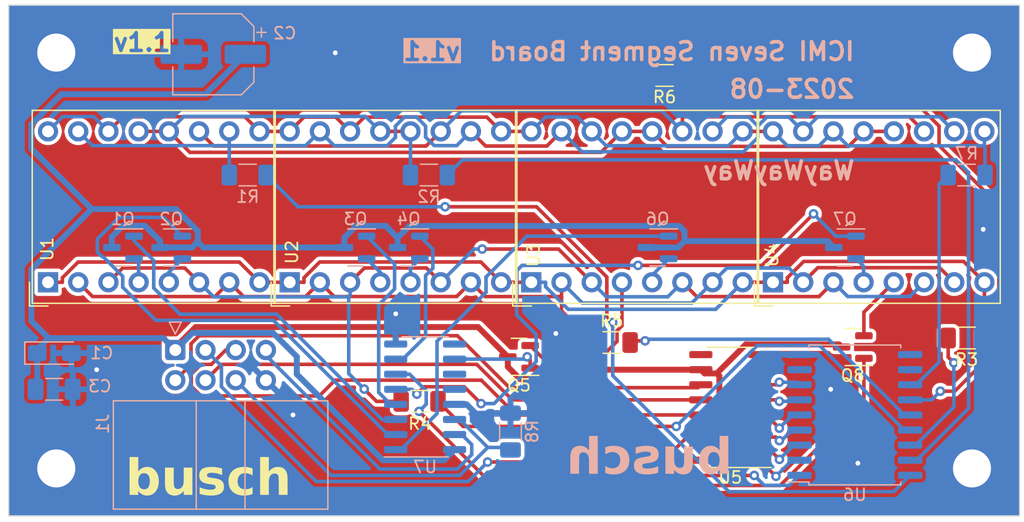
<source format=kicad_pcb>
(kicad_pcb (version 20221018) (generator pcbnew)
  (title_block (title "ICMI Seven Segment Board") (date "2023-08") (rev "v1.1"))
  (layers (0 "F.Cu" signal) (31 "B.Cu" signal) (34 "B.Paste" user) (35 "F.Paste" user) (36 "B.SilkS" user "B.Silkscreen") (37 "F.SilkS" user "F.Silkscreen") (38 "B.Mask" user) (39 "F.Mask" user) (44 "Edge.Cuts" user))
  (net 0 "")
  (net 1 "+5V")
  (net 2 "/REG_CLOCK")
  (net 3 "/REG_DATA")
  (net 4 "/REG_LATCH")
  (net 5 "/~{REG_ENABLE}")
  (net 6 "/DEC_CLOCK")
  (net 7 "/DEC_RESET")
  (net 8 "GND")
  (net 9 "/DEC_1")
  (net 10 "/DIG_1")
  (net 11 "/DEC_2")
  (net 12 "/DIG_2")
  (net 13 "/DEC_3")
  (net 14 "/DIG_3")
  (net 15 "/DEC_4")
  (net 16 "/DIG_4")
  (net 17 "/DEC_5")
  (net 18 "/DIG_5")
  (net 19 "/DEC_6")
  (net 20 "/DIG_6")
  (net 21 "/DEC_7")
  (net 22 "/DIG_7")
  (net 23 "/DEC_8")
  (net 24 "/DIG_8")
  (net 25 "/SEG_A")
  (net 26 "Net-(U6-O1)")
  (net 27 "/SEG_B")
  (net 28 "Net-(U6-O2)")
  (net 29 "/SEG_C")
  (net 30 "Net-(U6-O3)")
  (net 31 "/SEG_D")
  (net 32 "Net-(U6-O4)")
  (net 33 "/SEG_E")
  (net 34 "Net-(U6-O5)")
  (net 35 "/SEG_F")
  (net 36 "Net-(U6-O6)")
  (net 37 "/SEG_G")
  (net 38 "Net-(U6-O7)")
  (net 39 "Net-(U5-QB)")
  (net 40 "Net-(U5-QC)")
  (net 41 "Net-(U5-QD)")
  (net 42 "Net-(U5-QE)")
  (net 43 "Net-(U5-QF)")
  (net 44 "Net-(U5-QG)")
  (net 47 "Net-(U5-QA)")
  (footprint "Display_7Segment:DA04-11CGKWA" (layer "F.Cu") (at 129.7686 105.5457 90)
    (fp_text reference "U2")
    (fp_text value "DA04-11GWA")
  )
  (footprint "Package_TO_SOT_SMD:SOT-23" (layer "F.Cu") (at 149.0495 111.821 180)
    (fp_text reference "Q5")
    (fp_text value "2N7002")
  )
  (footprint "Display_7Segment:DA04-11CGKWA" (layer "F.Cu") (at 170.4086 105.5457 90)
    (fp_text reference "U4")
    (fp_text value "DA04-11GWA")
  )
  (footprint "MountingHole:MountingHole_3.2mm_M3" (layer "F.Cu") (at 187.1427 86.2141)
    (fp_text reference "H2" hide)
    (fp_text value "MountingHole" hide)
  )
  (footprint "Display_7Segment:DA04-11CGKWA" (layer "F.Cu") (at 109.4486 105.5457 90)
    (fp_text reference "U1")
    (fp_text value "DA04-11GWA")
  )
  (footprint "Resistor_SMD:R_1206_3216Metric_Pad1.30x1.75mm_HandSolder" (layer "F.Cu") (at 186.69 110.236 180)
    (fp_text reference "R3")
    (fp_text value "150")
  )
  (footprint "Resistor_SMD:R_1206_3216Metric_Pad1.30x1.75mm_HandSolder" (layer "F.Cu") (at 156.845 110.617)
    (fp_text reference "R5")
    (fp_text value "150")
  )
  (footprint "Package_TO_SOT_SMD:SOT-23" (layer "F.Cu") (at 177.1165 110.998 180)
    (fp_text reference "Q8")
    (fp_text value "2N7002")
  )
  (footprint "MountingHole:MountingHole_3.2mm_M3" (layer "F.Cu") (at 110.1427 86.2141)
    (fp_text reference "H1" hide)
    (fp_text value "MountingHole" hide)
  )
  (footprint "Display_7Segment:DA04-11CGKWA" (layer "F.Cu") (at 150.0886 105.5457 90)
    (fp_text reference "U3")
    (fp_text value "DA04-11GWA")
  )
  (footprint "MountingHole:MountingHole_3.2mm_M3" (layer "F.Cu") (at 187.1427 121.2141)
    (fp_text reference "H4" hide)
    (fp_text value "MountingHole" hide)
  )
  (footprint "MountingHole:MountingHole_3.2mm_M3" (layer "F.Cu") (at 110.1427 121.2141)
    (fp_text reference "H3" hide)
    (fp_text value "MountingHole" hide)
  )
  (footprint "Resistor_SMD:R_1206_3216Metric_Pad1.30x1.75mm_HandSolder" (layer "F.Cu") (at 140.69 115.57)
    (fp_text reference "R4")
    (fp_text value "150")
  )
  (footprint "Resistor_SMD:R_1206_3216Metric_Pad1.30x1.75mm_HandSolder" (layer "F.Cu") (at 161.29 88.138 180)
    (fp_text reference "R6")
    (fp_text value "150")
  )
  (footprint "Package_SO:SOIC-16_3.9x9.9mm_P1.27mm" (layer "F.Cu") (at 166.816 116.078 180)
    (fp_text reference "U5")
    (fp_text value "74HC595")
  )
  (footprint "Package_TO_SOT_SMD:SOT-23" (layer "B.Cu") (at 135.3035 102.616 180)
    (fp_text reference "Q3")
    (fp_text value "2N7002")
  )
  (footprint "Capacitor_Tantalum_SMD:CP_EIA-3216-10_Kemet-I_Pad1.58x1.35mm_HandSolder" (layer "B.Cu") (at 109.982 111.506)
    (fp_text reference "C1")
    (fp_text value "C_Polarized")
  )
  (footprint "Capacitor_SMD:CP_Elec_6.3x7.7" (layer "B.Cu") (at 123.35 86.36 180)
    (fp_text reference "C2")
    (fp_text value "C_Polarized")
  )
  (footprint "Connector_IDC:IDC-Header_2x04_P2.54mm_Horizontal" (layer "B.Cu") (at 120.1507 111.252 -90)
    (fp_text reference "J1")
    (fp_text value "Conn_01x08_Socket")
  )
  (footprint "Package_TO_SOT_SMD:SOT-23" (layer "B.Cu") (at 115.7455 102.616 180)
    (fp_text reference "Q1")
    (fp_text value "2N7002")
  )
  (footprint "Resistor_SMD:R_1206_3216Metric_Pad1.30x1.75mm_HandSolder" (layer "B.Cu") (at 148.336 118.11 90)
    (fp_text reference "R8")
    (fp_text value "10K")
  )
  (footprint "Package_TO_SOT_SMD:SOT-23" (layer "B.Cu") (at 176.4515 102.616 180)
    (fp_text reference "Q7")
    (fp_text value "2N7002")
  )
  (footprint "Package_SO:SOIC-18W_7.5x11.6mm_P1.27mm" (layer "B.Cu") (at 177.292 116.713)
    (fp_text reference "U6")
    (fp_text value "ULN2803A")
  )
  (footprint "Capacitor_SMD:C_1206_3216Metric_Pad1.33x1.80mm_HandSolder" (layer "B.Cu") (at 109.962 114.554)
    (fp_text reference "C3")
    (fp_text value "C")
  )
  (footprint "Package_TO_SOT_SMD:SOT-23" (layer "B.Cu") (at 139.7785 102.616 180)
    (fp_text reference "Q4")
    (fp_text value "2N7002")
  )
  (footprint "Resistor_SMD:R_1206_3216Metric_Pad1.30x1.75mm_HandSolder" (layer "B.Cu") (at 141.478 96.52)
    (fp_text reference "R2")
    (fp_text value "150")
  )
  (footprint "Resistor_SMD:R_1206_3216Metric_Pad1.30x1.75mm_HandSolder" (layer "B.Cu") (at 186.69 96.52 180)
    (fp_text reference "R7")
    (fp_text value "150")
  )
  (footprint "Package_SO:SOIC-16_3.9x9.9mm_P1.27mm" (layer "B.Cu") (at 141.159 115.189)
    (fp_text reference "U7")
    (fp_text value "4017")
  )
  (footprint "Resistor_SMD:R_1206_3216Metric_Pad1.30x1.75mm_HandSolder" (layer "B.Cu") (at 126.238 96.52)
    (fp_text reference "R1")
    (fp_text value "150")
  )
  (footprint "Package_TO_SOT_SMD:SOT-23" (layer "B.Cu") (at 160.7035 102.616 180)
    (fp_text reference "Q6")
    (fp_text value "2N7002")
  )
  (footprint "Package_TO_SOT_SMD:SOT-23" (layer "B.Cu") (at 119.8095 102.616 180)
    (fp_text reference "Q2")
    (fp_text value "2N7002")
  )
  (gr_rect (start 106.1427 82.2141) (end 191.1427 125.2141) (stroke (width 0.1)) (fill none) (layer "Edge.Cuts"))
  (gr_text "${ISSUE_DATE}" (at 177.419 90.17) (layer "B.SilkS") (effects (font (size 1.5 1.5) (thickness 0.3) bold) (justify left bottom mirror)))
  (gr_text "WayWayWay" (at 177.419 97.028) (layer "B.SilkS") (effects (font (size 1.5 1.5) (thickness 0.3) bold) (justify left bottom mirror)))
  (gr_text "${TITLE}" (at 177.419 86.995) (layer "B.SilkS") (effects (font (size 1.5 1.5) (thickness 0.3) bold) (justify left bottom mirror)))
  (gr_text "${REVISION}" (at 144.272 86.995) (layer "B.SilkS" knockout) (effects (font (size 1.5 1.5) (thickness 0.3) bold) (justify left bottom mirror)))
  (gr_text "busch" (at 167.005 122.174) (layer "B.SilkS") (effects (font (size 3 3) (thickness 0.3) bold) (justify left bottom mirror)))
  (gr_text "busch" (at 115.951 123.952) (layer "F.SilkS") (effects (font (size 3 3) (thickness 0.3) bold) (justify left bottom)))
  (gr_text "${REVISION}" (at 114.808 86.233) (layer "F.SilkS" knockout) (effects (font (size 1.5 1.5) (thickness 0.3) bold) (justify left bottom)))
  (segment (start 164.6548 113.2168) (end 164.341 112.903) (width 0.5) (layer "F.Cu") (net 1))
  (segment (start 175.9593 110.7783) (end 176.179 110.998) (width 0.5) (layer "F.Cu") (net 1))
  (segment (start 120.1507 111.0304) (end 120.1507 111.252) (width 0.5) (layer "F.Cu") (net 1))
  (segment (start 154.453 112.903) (end 153.6664 113.6896) (width 0.5) (layer "F.Cu") (net 1))
  (segment (start 165.8999 119.6669) (end 165.8999 113.4334) (width 0.5) (layer "F.Cu") (net 1))
  (segment (start 165.6833 113.2168) (end 164.6548 113.2168) (width 0.5) (layer "F.Cu") (net 1))
  (segment (start 164.341 120.523) (end 165.0438 120.523) (width 0.5) (layer "F.Cu") (net 1))
  (segment (start 153.6664 113.6896) (end 149.1358 113.6896) (width 0.5) (layer "F.Cu") (net 1))
  (segment (start 165.8999 113.4334) (end 165.6833 113.2168) (width 0.5) (layer "F.Cu") (net 1))
  (segment (start 149.1358 113.6896) (end 148.112 112.6658) (width 0.5) (layer "F.Cu") (net 1))
  (segment (start 148.112 112.6658) (end 148.112 111.821) (width 0.5) (layer "F.Cu") (net 1))
  (segment (start 121.866 109.3151) (end 120.1507 111.0304) (width 0.5) (layer "F.Cu") (net 1))
  (segment (start 165.6833 113.2168) (end 168.1218 110.7783) (width 0.5) (layer "F.Cu") (net 1))
  (segment (start 165.0438 120.523) (end 165.8999 119.6669) (width 0.5) (layer "F.Cu") (net 1))
  (segment (start 164.341 112.903) (end 154.453 112.903) (width 0.5) (layer "F.Cu") (net 1))
  (segment (start 148.112 111.821) (end 145.6061 109.3151) (width 0.5) (layer "F.Cu") (net 1))
  (segment (start 145.6061 109.3151) (end 121.866 109.3151) (width 0.5) (layer "F.Cu") (net 1))
  (segment (start 168.1218 110.7783) (end 175.9593 110.7783) (width 0.5) (layer "F.Cu") (net 1))
  (segment (start 121.5631 102.616) (end 118.872 102.616) (width 0.5) (layer "B.Cu") (net 1))
  (segment (start 108.5445 111.2009) (end 108.5445 111.506) (width 0.5) (layer "B.Cu") (net 1))
  (segment (start 108.0467 94.304) (end 113.1241 99.3814) (width 0.5) (layer "B.Cu") (net 1))
  (segment (start 142.7473 120.5207) (end 137.6014 120.5207) (width 0.5) (layer "B.Cu") (net 1))
  (segment (start 162.966 102.0806) (end 162.966 101.2429) (width 0.5) (layer "B.Cu") (net 1))
  (segment (start 109.4966 110.2488) (end 108.5445 111.2009) (width 0.5) (layer "B.Cu") (net 1))
  (segment (start 114.808 102.616) (end 114.808 101.7252) (width 0.5) (layer "B.Cu") (net 1))
  (segment (start 162.966 101.2429) (end 162.5345 100.8114) (width 0.5) (layer "B.Cu") (net 1))
  (segment (start 108.0467 108.7989) (end 108.0467 104.4588) (width 0.5) (layer "B.Cu") (net 1))
  (segment (start 130.3684 111.8048) (end 128.3731 109.8095) (width 0.5) (layer "B.Cu") (net 1))
  (segment (start 162.4306 102.616) (end 162.966 102.0806) (width 0.5) (layer "B.Cu") (net 1))
  (segment (start 108.0467 92.2476) (end 108.0467 94.304) (width 0.5) (layer "B.Cu") (net 1))
  (segment (start 134.366 102.616) (end 122.5109 102.616) (width 0.5) (layer "B.Cu") (net 1))
  (segment (start 114.808 101.7252) (end 115.7407 100.7925) (width 0.5) (layer "B.Cu") (net 1))
  (segment (start 119.1475 110.2488) (end 109.4966 110.2488) (width 0.5) (layer "B.Cu") (net 1))
  (segment (start 126.05 86.36) (end 122.6968 89.7132) (width 0.5) (layer "B.Cu") (net 1))
  (segment (start 117.5977 100.7925) (end 118.872 102.0668) (width 0.5) (layer "B.Cu") (net 1))
  (segment (start 143.634 119.634) (end 142.7473 120.5207) (width 0.5) (layer "B.Cu") (net 1))
  (segment (start 162.5345 100.8114) (end 139.8314 100.8114) (width 0.5) (layer "B.Cu") (net 1))
  (segment (start 122.5109 102.616) (end 122.037 102.1421) (width 0.5) (layer "B.Cu") (net 1))
  (segment (start 120.1939 99.3814) (end 122.037 101.2245) (width 0.5) (layer "B.Cu") (net 1))
  (segment (start 138.841 101.8018) (end 138.841 102.616) (width 0.5) (layer "B.Cu") (net 1))
  (segment (start 108.0467 104.4588) (end 113.1241 99.3814) (width 0.5) (layer "B.Cu") (net 1))
  (segment (start 122.037 102.1421) (end 121.5631 102.616) (width 0.5) (layer "B.Cu") (net 1))
  (segment (start 109.4966 110.2488) (end 108.0467 108.7989) (width 0.5) (layer "B.Cu") (net 1))
  (segment (start 137.838 100.7988) (end 138.841 101.8018) (width 0.5) (layer "B.Cu") (net 1))
  (segment (start 135.3571 100.7988) (end 137.838 100.7988) (width 0.5) (layer "B.Cu") (net 1))
  (segment (start 108.3995 114.554) (end 108.5445 114.409) (width 0.5) (layer "B.Cu") (net 1))
  (segment (start 134.366 102.616) (end 134.366 101.7899) (width 0.5) (layer "B.Cu") (net 1))
  (segment (start 121.5932 109.8095) (end 120.1507 111.252) (width 0.5) (layer "B.Cu") (net 1))
  (segment (start 115.7407 100.7925) (end 117.5977 100.7925) (width 0.5) (layer "B.Cu") (net 1))
  (segment (start 120.1507 111.252) (end 119.1475 110.2488) (width 0.5) (layer "B.Cu") (net 1))
  (segment (start 122.037 101.2245) (end 122.037 102.1421) (width 0.5) (layer "B.Cu") (net 1))
  (segment (start 137.6014 120.5207) (end 130.3684 113.2877) (width 0.5) (layer "B.Cu") (net 1))
  (segment (start 174.9786 102.0806) (end 162.966 102.0806) (width 0.5) (layer "B.Cu") (net 1))
  (segment (start 128.3731 109.8095) (end 121.5932 109.8095) (width 0.5) (layer "B.Cu") (net 1))
  (segment (start 159.766 102.616) (end 162.4306 102.616) (width 0.5) (layer "B.Cu") (net 1))
  (segment (start 118.872 102.0668) (end 118.872 102.616) (width 0.5) (layer "B.Cu") (net 1))
  (segment (start 139.8314 100.8114) (end 138.841 101.8018) (width 0.5) (layer "B.Cu") (net 1))
  (segment (start 134.366 101.7899) (end 135.3571 100.7988) (width 0.5) (layer "B.Cu") (net 1))
  (segment (start 108.5445 114.409) (end 108.5445 111.506) (width 0.5) (layer "B.Cu") (net 1))
  (segment (start 130.3684 113.2877) (end 130.3684 111.8048) (width 0.5) (layer "B.Cu") (net 1))
  (segment (start 110.5811 89.7132) (end 108.0467 92.2476) (width 0.5) (layer "B.Cu") (net 1))
  (segment (start 175.514 102.616) (end 174.9786 102.0806) (width 0.5) (layer "B.Cu") (net 1))
  (segment (start 122.6968 89.7132) (end 110.5811 89.7132) (width 0.5) (layer "B.Cu") (net 1))
  (segment (start 113.1241 99.3814) (end 120.1939 99.3814) (width 0.5) (layer "B.Cu") (net 1))
  (segment (start 121.4714 112.4713) (end 120.1507 113.792) (width 0.3) (layer "F.Cu") (net 2))
  (segment (start 164.0944 114.4196) (end 148.2516 114.4196) (width 0.3) (layer "F.Cu") (net 2))
  (segment (start 121.4714 110.726) (end 121.4714 112.4713) (width 0.3) (layer "F.Cu") (net 2))
  (segment (start 143.8776 110.0456) (end 122.1518 110.0456) (width 0.3) (layer "F.Cu") (net 2))
  (segment (start 148.2516 114.4196) (end 143.8776 110.0456) (width 0.3) (layer "F.Cu") (net 2))
  (segment (start 122.1518 110.0456) (end 121.4714 110.726) (width 0.3) (layer "F.Cu") (net 2))
  (segment (start 164.341 114.173) (end 164.0944 114.4196) (width 0.3) (layer "F.Cu") (net 2))
  (segment (start 163.7764 117.983) (end 161.0812 120.6782) (width 0.3) (layer "F.Cu") (net 3))
  (segment (start 161.0812 120.6782) (end 146.4149 120.6782) (width 0.3) (layer "F.Cu") (net 3))
  (segment (start 164.341 117.983) (end 163.7764 117.983) (width 0.3) (layer "F.Cu") (net 3))
  (via (at 146.4149 120.6782) (size 0.8) (drill 0.4) (layers "F.Cu" "B.Cu") (net 3))
  (segment (start 124.0288 114.3362) (end 132.0046 122.312) (width 0.3) (layer "B.Cu") (net 3))
  (segment (start 132.0046 122.312) (end 144.7811 122.312) (width 0.3) (layer "B.Cu") (net 3))
  (segment (start 122.6907 111.252) (end 124.0288 112.5901) (width 0.3) (layer "B.Cu") (net 3))
  (segment (start 124.0288 112.5901) (end 124.0288 114.3362) (width 0.3) (layer "B.Cu") (net 3))
  (segment (start 144.7811 122.312) (end 146.4149 120.6782) (width 0.3) (layer "B.Cu") (net 3))
  (segment (start 124.0288 112.4539) (end 145.4962 112.4539) (width 0.3) (layer "F.Cu") (net 4))
  (segment (start 145.4962 112.4539) (end 148.4853 115.443) (width 0.3) (layer "F.Cu") (net 4))
  (segment (start 122.6907 113.792) (end 124.0288 112.4539) (width 0.3) (layer "F.Cu") (net 4))
  (segment (start 148.4853 115.443) (end 164.341 115.443) (width 0.3) (layer "F.Cu") (net 4))
  (segment (start 122.3172 112.4539) (end 121.4888 113.2823) (width 0.3) (layer "F.Cu") (net 5))
  (segment (start 124.3904 111.252) (end 123.1885 112.4539) (width 0.3) (layer "F.Cu") (net 5))
  (segment (start 121.4888 114.2904) (end 122.3135 115.1151) (width 0.3) (layer "F.Cu") (net 5))
  (segment (start 125.2307 111.252) (end 124.3904 111.252) (width 0.3) (layer "F.Cu") (net 5))
  (segment (start 132.2559 115.1151) (end 133.5873 113.7837) (width 0.3) (layer "F.Cu") (net 5))
  (segment (start 145.8778 113.7837) (end 148.8071 116.713) (width 0.3) (layer "F.Cu") (net 5))
  (segment (start 122.3135 115.1151) (end 132.2559 115.1151) (width 0.3) (layer "F.Cu") (net 5))
  (segment (start 148.8071 116.713) (end 164.341 116.713) (width 0.3) (layer "F.Cu") (net 5))
  (segment (start 123.1885 112.4539) (end 122.3172 112.4539) (width 0.3) (layer "F.Cu") (net 5))
  (segment (start 121.4888 113.2823) (end 121.4888 114.2904) (width 0.3) (layer "F.Cu") (net 5))
  (segment (start 133.5873 113.7837) (end 145.8778 113.7837) (width 0.3) (layer "F.Cu") (net 5))
  (segment (start 133.2423 121.8036) (end 144.0663 121.8036) (width 0.3) (layer "B.Cu") (net 6))
  (segment (start 146.4213 119.4486) (end 144.0667 117.094) (width 0.3) (layer "B.Cu") (net 6))
  (segment (start 144.0663 121.8036) (end 146.4213 119.4486) (width 0.3) (layer "B.Cu") (net 6))
  (segment (start 144.0667 117.094) (end 143.634 117.094) (width 0.3) (layer "B.Cu") (net 6))
  (segment (start 148.1246 119.4486) (end 148.336 119.66) (width 0.3) (layer "B.Cu") (net 6))
  (segment (start 125.2307 113.792) (end 133.2423 121.8036) (width 0.3) (layer "B.Cu") (net 6))
  (segment (start 146.4213 119.4486) (end 148.1246 119.4486) (width 0.3) (layer "B.Cu") (net 6))
  (segment (start 145.0787 119.2085) (end 145.0787 120.0489) (width 0.3) (layer "B.Cu") (net 7))
  (segment (start 143.8655 121.2621) (end 137.3396 121.2621) (width 0.3) (layer "B.Cu") (net 7))
  (segment (start 137.3396 121.2621) (end 127.7707 111.6932) (width 0.3) (layer "B.Cu") (net 7))
  (segment (start 127.7707 111.6932) (end 127.7707 111.252) (width 0.3) (layer "B.Cu") (net 7))
  (segment (start 144.2342 118.364) (end 145.0787 119.2085) (width 0.3) (layer "B.Cu") (net 7))
  (segment (start 143.634 118.364) (end 144.2342 118.364) (width 0.3) (layer "B.Cu") (net 7))
  (segment (start 145.0787 120.0489) (end 143.8655 121.2621) (width 0.3) (layer "B.Cu") (net 7))
  (via (at 175.26 114.554) (size 0.8) (drill 0.4) (layers "F.Cu" "B.Cu") (net 8))
  (via (at 188.087 101.092) (size 0.8) (drill 0.4) (layers "F.Cu" "B.Cu") (net 8))
  (via (at 133.604 86.233) (size 0.8) (drill 0.4) (layers "F.Cu" "B.Cu") (net 8))
  (via (at 113.538 112.903) (size 0.8) (drill 0.4) (layers "F.Cu" "B.Cu") (net 8))
  (via (at 152.146 109.855) (size 0.8) (drill 0.4) (layers "F.Cu" "B.Cu") (net 8))
  (via (at 138.684 108.204) (size 0.8) (drill 0.4) (layers "F.Cu" "B.Cu") (net 8))
  (via (at 130.048 116.713) (size 0.8) (drill 0.4) (layers "F.Cu" "B.Cu") (net 8))
  (via (at 177.546 120.777) (size 0.8) (drill 0.4) (layers "F.Cu" "B.Cu") (net 8))
  (segment (start 144.653 115.824) (end 143.634 115.824) (width 0.5) (layer "B.Cu") (net 8))
  (segment (start 145.4376 116.6086) (end 144.653 115.824) (width 0.5) (layer "B.Cu") (net 8))
  (segment (start 148.336 116.56) (end 148.2874 116.6086) (width 0.5) (layer "B.Cu") (net 8))
  (segment (start 148.2874 116.6086) (end 145.4376 116.6086) (width 0.5) (layer "B.Cu") (net 8))
  (segment (start 138.684 110.744) (end 138.684 108.204) (width 0.5) (layer "B.Cu") (net 8))
  (segment (start 118.3386 103.7227) (end 118.3386 106.028) (width 0.3) (layer "B.Cu") (net 9))
  (segment (start 137.5298 117.094) (end 138.684 117.094) (width 0.3) (layer "B.Cu") (net 9))
  (segment (start 116.683 101.666) (end 116.683 102.0671) (width 0.3) (layer "B.Cu") (net 9))
  (segment (start 120.5447 108.2341) (end 128.6699 108.2341) (width 0.3) (layer "B.Cu") (net 9))
  (segment (start 128.6699 108.2341) (end 137.5298 117.094) (width 0.3) (layer "B.Cu") (net 9))
  (segment (start 116.683 102.0671) (end 118.3386 103.7227) (width 0.3) (layer "B.Cu") (net 9))
  (segment (start 118.3386 106.028) (end 120.5447 108.2341) (width 0.3) (layer "B.Cu") (net 9))
  (segment (start 117.0686 103.9516) (end 117.0686 105.5457) (width 0.3) (layer "B.Cu") (net 10))
  (segment (start 116.683 103.566) (end 117.0686 103.9516) (width 0.3) (layer "B.Cu") (net 10))
  (segment (start 118.521 108.7568) (end 115.7305 105.9663) (width 0.3) (layer "B.Cu") (net 11))
  (segment (start 138.684 118.364) (end 138.0112 118.364) (width 0.3) (layer "B.Cu") (net 11))
  (segment (start 115.4196 100.0898) (end 119.1708 100.0898) (width 0.3) (layer "B.Cu") (net 11))
  (segment (start 128.404 108.7568) (end 118.521 108.7568) (width 0.3) (layer "B.Cu") (net 11))
  (segment (start 115.7305 105.9663) (end 115.7305 105.0454) (width 0.3) (layer "B.Cu") (net 11))
  (segment (start 119.1708 100.0898) (end 120.747 101.666) (width 0.3) (layer "B.Cu") (net 11))
  (segment (start 113.5964 101.913) (end 115.4196 100.0898) (width 0.3) (layer "B.Cu") (net 11))
  (segment (start 113.9776 103.385) (end 113.5964 103.0038) (width 0.3) (layer "B.Cu") (net 11))
  (segment (start 113.5964 103.0038) (end 113.5964 101.913) (width 0.3) (layer "B.Cu") (net 11))
  (segment (start 114.0701 103.385) (end 113.9776 103.385) (width 0.3) (layer "B.Cu") (net 11))
  (segment (start 115.7305 105.0454) (end 114.0701 103.385) (width 0.3) (layer "B.Cu") (net 11))
  (segment (start 138.0112 118.364) (end 128.404 108.7568) (width 0.3) (layer "B.Cu") (net 11))
  (segment (start 120.747 103.566) (end 119.6086 104.7044) (width 0.3) (layer "B.Cu") (net 12))
  (segment (start 119.6086 104.7044) (end 119.6086 105.5457) (width 0.3) (layer "B.Cu") (net 12))
  (segment (start 137.2541 114.8188) (end 138.2593 115.824) (width 0.3) (layer "B.Cu") (net 13))
  (segment (start 138.2593 115.824) (end 138.684 115.824) (width 0.3) (layer "B.Cu") (net 13))
  (segment (start 138.5917 104.0167) (end 138.5917 106.1125) (width 0.3) (layer "B.Cu") (net 13))
  (segment (start 138.5917 106.1125) (end 137.2541 107.4501) (width 0.3) (layer "B.Cu") (net 13))
  (segment (start 137.2541 107.4501) (end 137.2541 114.8188) (width 0.3) (layer "B.Cu") (net 13))
  (segment (start 136.241 101.666) (end 138.5917 104.0167) (width 0.3) (layer "B.Cu") (net 13))
  (segment (start 136.241 103.566) (end 137.3886 104.7136) (width 0.3) (layer "B.Cu") (net 14))
  (segment (start 137.3886 104.7136) (end 137.3886 105.5457) (width 0.3) (layer "B.Cu") (net 14))
  (segment (start 140.716 101.666) (end 141.8095 102.7595) (width 0.3) (layer "B.Cu") (net 15))
  (segment (start 141.8095 102.7595) (end 141.8095 104.3657) (width 0.3) (layer "B.Cu") (net 15))
  (segment (start 141.1986 110.1027) (end 139.2873 112.014) (width 0.3) (layer "B.Cu") (net 15))
  (segment (start 139.2873 112.014) (end 138.684 112.014) (width 0.3) (layer "B.Cu") (net 15))
  (segment (start 141.1986 104.9766) (end 141.1986 110.1027) (width 0.3) (layer "B.Cu") (net 15))
  (segment (start 141.8095 104.3657) (end 141.1986 104.9766) (width 0.3) (layer "B.Cu") (net 15))
  (segment (start 139.9286 104.3534) (end 139.9286 105.5457) (width 0.3) (layer "B.Cu") (net 16))
  (segment (start 140.716 103.566) (end 139.9286 104.3534) (width 0.3) (layer "B.Cu") (net 16))
  (segment (start 149.987 112.771) (end 149.987 112.0661) (width 0.3) (layer "F.Cu") (net 17))
  (segment (start 149.987 112.0661) (end 149.7408 111.8199) (width 0.3) (layer "F.Cu") (net 17))
  (via (at 149.7408 111.8199) (size 0.8) (drill 0.4) (layers "F.Cu" "B.Cu") (net 17))
  (segment (start 149.5467 112.014) (end 149.7408 111.8199) (width 0.3) (layer "B.Cu") (net 17))
  (segment (start 143.634 112.014) (end 149.5467 112.014) (width 0.3) (layer "B.Cu") (net 17))
  (segment (start 149.987 110.871) (end 150.9884 111.8724) (width 0.3) (layer "F.Cu") (net 18))
  (segment (start 157.7086 109.2132) (end 157.7086 105.5457) (width 0.3) (layer "F.Cu") (net 18))
  (segment (start 150.9884 111.8724) (end 155.9441 111.8724) (width 0.3) (layer "F.Cu") (net 18))
  (segment (start 155.9441 111.8724) (end 157.2957 110.5208) (width 0.3) (layer "F.Cu") (net 18))
  (segment (start 157.2957 109.6261) (end 157.7086 109.2132) (width 0.3) (layer "F.Cu") (net 18))
  (segment (start 157.2957 110.5208) (end 157.2957 109.6261) (width 0.3) (layer "F.Cu") (net 18))
  (segment (start 142.159 116.5997) (end 139.1247 119.634) (width 0.3) (layer "B.Cu") (net 19))
  (segment (start 146.2786 106.3886) (end 142.159 110.5082) (width 0.3) (layer "B.Cu") (net 19))
  (segment (start 139.1247 119.634) (end 138.684 119.634) (width 0.3) (layer "B.Cu") (net 19))
  (segment (start 149.7156 101.666) (end 146.2786 105.103) (width 0.3) (layer "B.Cu") (net 19))
  (segment (start 146.2786 105.103) (end 146.2786 106.3886) (width 0.3) (layer "B.Cu") (net 19))
  (segment (start 142.159 110.5082) (end 142.159 116.5997) (width 0.3) (layer "B.Cu") (net 19))
  (segment (start 161.641 101.666) (end 149.7156 101.666) (width 0.3) (layer "B.Cu") (net 19))
  (segment (start 160.2486 104.9584) (end 160.2486 105.5457) (width 0.3) (layer "B.Cu") (net 20))
  (segment (start 161.641 103.566) (end 160.2486 104.9584) (width 0.3) (layer "B.Cu") (net 20))
  (segment (start 141.0819 114.3421) (end 140.461 114.963) (width 0.3) (layer "F.Cu") (net 21))
  (segment (start 145.8622 115.7586) (end 144.4457 114.3421) (width 0.3) (layer "F.Cu") (net 21))
  (segment (start 169.4804 104.1231) (end 173.817 99.7865) (width 0.3) (layer "F.Cu") (net 21))
  (segment (start 159.061 104.1231) (end 169.4804 104.1231) (width 0.3) (layer "F.Cu") (net 21))
  (segment (start 144.4457 114.3421) (end 141.0819 114.3421) (width 0.3) (layer "F.Cu") (net 21))
  (via (at 173.817 99.7865) (size 0.8) (drill 0.4) (layers "F.Cu" "B.Cu") (net 21))
  (via (at 145.8622 115.7586) (size 0.8) (drill 0.4) (layers "F.Cu" "B.Cu") (net 21))
  (via (at 159.061 104.1231) (size 0.8) (drill 0.4) (layers "F.Cu" "B.Cu") (net 21))
  (via (at 140.461 114.963) (size 0.8) (drill 0.4) (layers "F.Cu" "B.Cu") (net 21))
  (segment (start 175.6965 101.666) (end 177.389 101.666) (width 0.3) (layer "B.Cu") (net 21))
  (segment (start 148.8691 104.5668) (end 149.3128 104.1231) (width 0.3) (layer "B.Cu") (net 21))
  (segment (start 150.4928 112.2204) (end 150.4928 109.9399) (width 0.3) (layer "B.Cu") (net 21))
  (segment (start 149.3128 104.1231) (end 159.061 104.1231) (width 0.3) (layer "B.Cu") (net 21))
  (segment (start 140.052 114.554) (end 140.461 114.963) (width 0.3) (layer "B.Cu") (net 21))
  (segment (start 138.684 114.554) (end 140.052 114.554) (width 0.3) (layer "B.Cu") (net 21))
  (segment (start 150.4928 109.9399) (end 148.8691 108.3162) (width 0.3) (layer "B.Cu") (net 21))
  (segment (start 145.8622 115.7586) (end 146.9546 115.7586) (width 0.3) (layer "B.Cu") (net 21))
  (segment (start 148.8691 108.3162) (end 148.8691 104.5668) (width 0.3) (layer "B.Cu") (net 21))
  (segment (start 146.9546 115.7586) (end 150.4928 112.2204) (width 0.3) (layer "B.Cu") (net 21))
  (segment (start 173.817 99.7865) (end 175.6965 101.666) (width 0.3) (layer "B.Cu") (net 21))
  (segment (start 178.0286 104.2056) (end 178.0286 105.5457) (width 0.3) (layer "B.Cu") (net 22))
  (segment (start 177.389 103.566) (end 178.0286 104.2056) (width 0.3) (layer "B.Cu") (net 22))
  (segment (start 140.6491 116.4106) (end 146.8901 122.6516) (width 0.3) (layer "F.Cu") (net 23))
  (segment (start 178.054 115.6049) (end 178.054 111.948) (width 0.3) (layer "F.Cu") (net 23))
  (segment (start 171.0073 122.6516) (end 178.054 115.6049) (width 0.3) (layer "F.Cu") (net 23))
  (segment (start 146.8901 122.6516) (end 171.0073 122.6516) (width 0.3) (layer "F.Cu") (net 23))
  (via (at 140.6491 116.4106) (size 0.8) (drill 0.4) (layers "F.Cu" "B.Cu") (net 23))
  (segment (start 141.2478 115.8119) (end 140.6491 116.4106) (width 0.3) (layer "B.Cu") (net 23))
  (segment (start 138.684 113.284) (end 139.8455 113.284) (width 0.3) (layer "B.Cu") (net 23))
  (segment (start 141.2478 114.6863) (end 141.2478 115.8119) (width 0.3) (layer "B.Cu") (net 23))
  (segment (start 139.8455 113.284) (end 141.2478 114.6863) (width 0.3) (layer "B.Cu") (net 23))
  (segment (start 178.054 110.048) (end 178.054 108.0603) (width 0.3) (layer "F.Cu") (net 24))
  (segment (start 178.054 108.0603) (end 180.5686 105.5457) (width 0.3) (layer "F.Cu") (net 24))
  (segment (start 146.2403 94.0774) (end 151.3969 94.0774) (width 0.3) (layer "F.Cu") (net 25))
  (segment (start 145.0086 92.8457) (end 146.2403 94.0774) (width 0.3) (layer "F.Cu") (net 25))
  (segment (start 151.3969 94.0774) (end 152.6286 92.8457) (width 0.3) (layer "F.Cu") (net 25))
  (segment (start 133.5105 94.0476) (end 137.9689 94.0476) (width 0.3) (layer "B.Cu") (net 25))
  (segment (start 174.1783 91.616) (end 172.9486 92.8457) (width 0.3) (layer "B.Cu") (net 25))
  (segment (start 169.1371 92.3943) (end 168.3866 91.6438) (width 0.3) (layer "B.Cu") (net 25))
  (segment (start 169.8876 91.6438) (end 171.7467 91.6438) (width 0.3) (layer "B.Cu") (net 25))
  (segment (start 185.6486 92.8457) (end 184.4189 91.616) (width 0.3) (layer "B.Cu") (net 25))
  (segment (start 167.9343 94.5622) (end 169.1371 93.3594) (width 0.3) (layer "B.Cu") (net 25))
  (segment (start 124.6886 94.0476) (end 131.1067 94.0476) (width 0.3) (layer "B.Cu") (net 25))
  (segment (start 139.4346 91.6248) (end 140.4224 91.6248) (width 0.3) (layer "B.Cu") (net 25))
  (segment (start 152.6286 92.8457) (end 154.3451 94.5622) (width 0.3) (layer "B.Cu") (net 25))
  (segment (start 141.9198 94.0476) (end 143.8067 94.0476) (width 0.3) (layer "B.Cu") (net 25))
  (segment (start 168.3866 91.6438) (end 166.5305 91.6438) (width 0.3) (layer "B.Cu") (net 25))
  (segment (start 132.3086 92.8457) (end 133.5105 94.0476) (width 0.3) (layer "B.Cu") (net 25))
  (segment (start 169.1371 93.3594) (end 169.1371 92.3943) (width 0.3) (layer "B.Cu") (net 25))
  (segment (start 166.5305 91.6438) (end 165.3286 92.8457) (width 0.3) (layer "B.Cu") (net 25))
  (segment (start 138.6586 92.4008) (end 139.4346 91.6248) (width 0.3) (layer "B.Cu") (net 25))
  (segment (start 184.4189 91.616) (end 174.1783 91.616) (width 0.3) (layer "B.Cu") (net 25))
  (segment (start 141.1986 92.401) (end 141.1986 93.3264) (width 0.3) (layer "B.Cu") (net 25))
  (segment (start 143.8067 94.0476) (end 145.0086 92.8457) (width 0.3) (layer "B.Cu") (net 25))
  (segment (start 131.1067 94.0476) (end 132.3086 92.8457) (width 0.3) (layer "B.Cu") (net 25))
  (segment (start 113.1905 94.0476) (end 124.688 94.0476) (width 0.3) (layer "B.Cu") (net 25))
  (segment (start 138.6586 93.3579) (end 138.6586 92.4008) (width 0.3) (layer "B.Cu") (net 25))
  (segment (start 169.1371 92.3943) (end 169.8876 91.6438) (width 0.3) (layer "B.Cu") (net 25))
  (segment (start 171.7467 91.6438) (end 172.9486 92.8457) (width 0.3) (layer "B.Cu") (net 25))
  (segment (start 124.6886 94.0476) (end 124.6886 92.8457) (width 0.3) (layer "B.Cu") (net 25))
  (segment (start 137.9689 94.0476) (end 138.6586 93.3579) (width 0.3) (layer "B.Cu") (net 25))
  (segment (start 111.9886 92.8457) (end 113.1905 94.0476) (width 0.3) (layer "B.Cu") (net 25))
  (segment (start 124.688 96.52) (end 124.688 94.0476) (width 0.3) (layer "B.Cu") (net 25))
  (segment (start 124.688 94.0476) (end 124.6886 94.0476) (width 0.3) (layer "B.Cu") (net 25))
  (segment (start 154.3451 94.5622) (end 167.9343 94.5622) (width 0.3) (layer "B.Cu") (net 25))
  (segment (start 140.4224 91.6248) (end 141.1986 92.401) (width 0.3) (layer "B.Cu") (net 25))
  (segment (start 141.1986 93.3264) (end 141.9198 94.0476) (width 0.3) (layer "B.Cu") (net 25))
  (segment (start 150.5271 99.1921) (end 142.8346 99.1921) (width 0.3) (layer "F.Cu") (net 26))
  (segment (start 156.4386 108.4303) (end 156.4386 105.1036) (width 0.3) (layer "F.Cu") (net 26))
  (segment (start 156.9334 108.9251) (end 156.4386 108.4303) (width 0.3) (layer "F.Cu") (net 26))
  (segment (start 156.4386 105.1036) (end 150.5271 99.1921) (width 0.3) (layer "F.Cu") (net 26))
  (via (at 142.8346 99.1921) (size 0.8) (drill 0.4) (layers "F.Cu" "B.Cu") (net 26))
  (via (at 156.9334 108.9251) (size 0.8) (drill 0.4) (layers "F.Cu" "B.Cu") (net 26))
  (segment (start 127.788 96.52) (end 130.4601 99.1921) (width 0.3) (layer "B.Cu") (net 26))
  (segment (start 181.942 121.793) (end 180.5629 123.1721) (width 0.3) (layer "B.Cu") (net 26))
  (segment (start 156.9334 113.4078) (end 156.9334 108.9251) (width 0.3) (layer "B.Cu") (net 26))
  (segment (start 166.6977 123.1721) (end 156.9334 113.4078) (width 0.3) (layer "B.Cu") (net 26))
  (segment (start 180.5629 123.1721) (end 166.6977 123.1721) (width 0.3) (layer "B.Cu") (net 26))
  (segment (start 130.4601 99.1921) (end 142.8346 99.1921) (width 0.3) (layer "B.Cu") (net 26))
  (segment (start 180.5686 92.8457) (end 178.0286 92.8457) (width 0.3) (layer "F.Cu") (net 27))
  (segment (start 137.3886 92.8457) (end 139.9286 92.8457) (width 0.3) (layer "F.Cu") (net 27))
  (segment (start 117.0686 92.8457) (end 119.6086 92.8457) (width 0.3) (layer "F.Cu") (net 27))
  (segment (start 176.7641 94.1102) (end 178.0286 92.8457) (width 0.3) (layer "F.Cu") (net 27))
  (segment (start 160.2486 92.8457) (end 161.5131 94.1102) (width 0.3) (layer "F.Cu") (net 27))
  (segment (start 155.9437 94.6106) (end 157.7086 92.8457) (width 0.3) (layer "F.Cu") (net 27))
  (segment (start 121.3735 94.6106) (end 155.9437 94.6106) (width 0.3) (layer "F.Cu") (net 27))
  (segment (start 157.7086 92.8457) (end 160.2486 92.8457) (width 0.3) (layer "F.Cu") (net 27))
  (segment (start 161.5131 94.1102) (end 176.7641 94.1102) (width 0.3) (layer "F.Cu") (net 27))
  (segment (start 119.6086 92.8457) (end 121.3735 94.6106) (width 0.3) (layer "F.Cu") (net 27))
  (segment (start 120.8686 91.5857) (end 119.6086 92.8457) (width 0.3) (layer "B.Cu") (net 27))
  (segment (start 137.3886 92.8457) (end 136.1286 91.5857) (width 0.3) (layer "B.Cu") (net 27))
  (segment (start 139.928 96.52) (end 139.9286 96.5194) (width 0.3) (layer "B.Cu") (net 27))
  (segment (start 136.1286 91.5857) (end 120.8686 91.5857) (width 0.3) (layer "B.Cu") (net 27))
  (segment (start 139.9286 96.5194) (end 139.9286 92.8457) (width 0.3) (layer "B.Cu") (net 27))
  (segment (start 185.7876 95.2422) (end 144.3058 95.2422) (width 0.3) (layer "B.Cu") (net 28))
  (segment (start 186.8538 116.1619) (end 186.8538 96.3084) (width 0.3) (layer "B.Cu") (net 28))
  (segment (start 186.8538 96.3084) (end 185.7876 95.2422) (width 0.3) (layer "B.Cu") (net 28))
  (segment (start 182.4927 120.523) (end 186.8538 116.1619) (width 0.3) (layer "B.Cu") (net 28))
  (segment (start 144.3058 95.2422) (end 143.028 96.52) (width 0.3) (layer "B.Cu") (net 28))
  (segment (start 181.942 120.523) (end 182.4927 120.523) (width 0.3) (layer "B.Cu") (net 28))
  (segment (start 130.9705 105.5457) (end 130.9705 105.1701) (width 0.3) (layer "F.Cu") (net 29))
  (segment (start 111.9786 103.8419) (end 110.6505 105.17) (width 0.3) (layer "F.Cu") (net 29))
  (segment (start 188.1886 105.5457) (end 186.4363 103.7934) (width 0.3) (layer "F.Cu") (net 29))
  (segment (start 145.8392 103.8363) (end 147.5486 105.5457) (width 0.3) (layer "F.Cu") (net 29))
  (segment (start 125.5248 103.8419) (end 111.9786 103.8419) (width 0.3) (layer "F.Cu") (net 29))
  (segment (start 167.8686 105.5457) (end 170.4086 105.5457) (width 0.3) (layer "F.Cu") (net 29))
  (segment (start 130.9705 105.1701) (end 132.3043 103.8363) (width 0.3) (layer "F.Cu") (net 29))
  (segment (start 127.2286 105.5457) (end 129.7686 105.5457) (width 0.3) (layer "F.Cu") (net 29))
  (segment (start 170.4086 105.5457) (end 171.6105 105.5457) (width 0.3) (layer "F.Cu") (net 29))
  (segment (start 172.9872 103.7934) (end 171.6105 105.1701) (width 0.3) (layer "F.Cu") (net 29))
  (segment (start 110.6505 105.17) (end 110.6505 105.5457) (width 0.3) (layer "F.Cu") (net 29))
  (segment (start 129.7686 105.5457) (end 130.9705 105.5457) (width 0.3) (layer "F.Cu") (net 29))
  (segment (start 127.2286 105.5457) (end 125.5248 103.8419) (width 0.3) (layer "F.Cu") (net 29))
  (segment (start 171.6105 105.1701) (end 171.6105 105.5457) (width 0.3) (layer "F.Cu") (net 29))
  (segment (start 188.1886 110.1846) (end 188.1886 105.5457) (width 0.3) (layer "F.Cu") (net 29))
  (segment (start 186.4363 103.7934) (end 172.9872 103.7934) (width 0.3) (layer "F.Cu") (net 29))
  (segment (start 188.24 110.236) (end 188.1886 110.1846) (width 0.3) (layer "F.Cu") (net 29))
  (segment (start 132.3043 103.8363) (end 145.8392 103.8363) (width 0.3) (layer "F.Cu") (net 29))
  (segment (start 150.0886 105.5457) (end 147.5486 105.5457) (width 0.3) (layer "F.Cu") (net 29))
  (segment (start 109.4486 105.5457) (end 110.6505 105.5457) (width 0.3) (layer "F.Cu") (net 29))
  (segment (start 165.5951 107.8192) (end 153.1884 107.8192) (width 0.3) (layer "B.Cu") (net 29))
  (segment (start 150.0886 105.5457) (end 151.2905 105.5457) (width 0.3) (layer "B.Cu") (net 29))
  (segment (start 151.2905 105.9213) (end 151.2905 105.5457) (width 0.3) (layer "B.Cu") (net 29))
  (segment (start 153.1884 107.8192) (end 151.2905 105.9213) (width 0.3) (layer "B.Cu") (net 29))
  (segment (start 167.8686 105.5457) (end 165.5951 107.8192) (width 0.3) (layer "B.Cu") (net 29))
  (segment (start 185.14 111.8458) (end 185.14 110.236) (width 0.3) (layer "F.Cu") (net 30))
  (segment (start 185.6162 112.322) (end 185.14 111.8458) (width 0.3) (layer "F.Cu") (net 30))
  (via (at 185.6162 112.322) (size 0.8) (drill 0.4) (layers "F.Cu" "B.Cu") (net 30))
  (segment (start 182.4078 119.253) (end 185.6162 116.0446) (width 0.3) (layer "B.Cu") (net 30))
  (segment (start 181.942 119.253) (end 182.4078 119.253) (width 0.3) (layer "B.Cu") (net 30))
  (segment (start 185.6162 116.0446) (end 185.6162 112.322) (width 0.3) (layer "B.Cu") (net 30))
  (segment (start 134.8486 105.5457) (end 136.0518 104.3425) (width 0.3) (layer "F.Cu") (net 31))
  (segment (start 141.2654 104.3425) (end 142.4686 105.5457) (width 0.3) (layer "F.Cu") (net 31))
  (segment (start 115.7305 104.3438) (end 114.5286 105.5457) (width 0.3) (layer "F.Cu") (net 31))
  (segment (start 120.9467 104.3438) (end 115.7305 104.3438) (width 0.3) (layer "F.Cu") (net 31))
  (segment (start 174.2809 106.7534) (end 175.4886 105.5457) (width 0.3) (layer "F.Cu") (net 31))
  (segment (start 163.9963 106.7534) (end 174.2809 106.7534) (width 0.3) (layer "F.Cu") (net 31))
  (segment (start 162.7886 105.5457) (end 163.9963 106.7534) (width 0.3) (layer "F.Cu") (net 31))
  (segment (start 139.14 115.57) (end 137.069 115.57) (width 0.3) (layer "F.Cu") (net 31))
  (segment (start 145.9562 102.7512) (end 152.3741 102.7512) (width 0.3) (layer "F.Cu") (net 31))
  (segment (start 137.069 115.57) (end 136.0347 114.5357) (width 0.3) (layer "F.Cu") (net 31))
  (segment (start 152.3741 102.7512) (end 155.1686 105.5457) (width 0.3) (layer "F.Cu") (net 31))
  (segment (start 122.1486 105.5457) (end 120.9467 104.3438) (width 0.3) (layer "F.Cu") (net 31))
  (segment (start 136.0518 104.3425) (end 141.2654 104.3425) (width 0.3) (layer "F.Cu") (net 31))
  (via (at 145.9562 102.7512) (size 0.8) (drill 0.4) (layers "F.Cu" "B.Cu") (net 31))
  (via (at 136.0347 114.5357) (size 0.8) (drill 0.4) (layers "F.Cu" "B.Cu") (net 31))
  (segment (start 122.1486 105.5457) (end 123.3766 106.7737) (width 0.3) (layer "B.Cu") (net 31))
  (segment (start 134.7361 113.2371) (end 136.0347 114.5357) (width 0.3) (layer "B.Cu") (net 31))
  (segment (start 176.6905 106.7476) (end 175.4886 105.5457) (width 0.3) (layer "B.Cu") (net 31))
  (segment (start 134.7361 106.7737) (end 134.7361 113.2371) (width 0.3) (layer "B.Cu") (net 31))
  (segment (start 162.7886 105.5457) (end 161.5647 106.7696) (width 0.3) (layer "B.Cu") (net 31))
  (segment (start 123.3766 106.7737) (end 134.7361 106.7737) (width 0.3) (layer "B.Cu") (net 31))
  (segment (start 142.4686 105.5457) (end 145.2631 102.7512) (width 0.3) (layer "B.Cu") (net 31))
  (segment (start 181.9067 106.7476) (end 176.6905 106.7476) (width 0.3) (layer "B.Cu") (net 31))
  (segment (start 134.8486 105.5457) (end 134.8486 106.6612) (width 0.3) (layer "B.Cu") (net 31))
  (segment (start 156.3925 106.7696) (end 155.1686 105.5457) (width 0.3) (layer "B.Cu") (net 31))
  (segment (start 145.2631 102.7512) (end 145.9562 102.7512) (width 0.3) (layer "B.Cu") (net 31))
  (segment (start 161.5647 106.7696) (end 156.3925 106.7696) (width 0.3) (layer "B.Cu") (net 31))
  (segment (start 183.1086 105.5457) (end 181.9067 106.7476) (width 0.3) (layer "B.Cu") (net 31))
  (segment (start 134.8486 106.6612) (end 134.7361 106.7737) (width 0.3) (layer "B.Cu") (net 31))
  (segment (start 144.349 117.679) (end 162.274 117.679) (width 0.3) (layer "F.Cu") (net 32))
  (segment (start 142.24 115.57) (end 144.349 117.679) (width 0.3) (layer "F.Cu") (net 32))
  (via (at 162.274 117.679) (size 0.8) (drill 0.4) (layers "F.Cu" "B.Cu") (net 32))
  (segment (start 174.3169 110.8618) (end 169.0912 110.8618) (width 0.3) (layer "B.Cu") (net 32))
  (segment (start 169.0912 110.8618) (end 162.274 117.679) (width 0.3) (layer "B.Cu") (net 32))
  (segment (start 181.942 117.983) (end 181.4381 117.983) (width 0.3) (layer "B.Cu") (net 32))
  (segment (start 181.4381 117.983) (end 174.3169 110.8618) (width 0.3) (layer "B.Cu") (net 32))
  (segment (start 143.8067 106.7476) (end 133.5105 106.7476) (width 0.3) (layer "F.Cu") (net 33))
  (segment (start 155.295 110.617) (end 152.6286 107.9506) (width 0.3) (layer "F.Cu") (net 33))
  (segment (start 131.1067 106.7476) (end 132.3086 105.5457) (width 0.3) (layer "F.Cu") (net 33))
  (segment (start 123.4875 106.7468) (end 123.1674 106.7468) (width 0.3) (layer "F.Cu") (net 33))
  (segment (start 124.6886 105.5457) (end 125.8905 106.7476) (width 0.3) (layer "F.Cu") (net 33))
  (segment (start 123.1674 106.7468) (end 123.1659 106.7483) (width 0.3) (layer "F.Cu") (net 33))
  (segment (start 133.5105 106.7476) (end 132.3086 105.5457) (width 0.3) (layer "F.Cu") (net 33))
  (segment (start 172.9486 105.5457) (end 174.1759 104.3184) (width 0.3) (layer "F.Cu") (net 33))
  (segment (start 123.1659 106.7483) (end 113.1912 106.7483) (width 0.3) (layer "F.Cu") (net 33))
  (segment (start 146.2143 106.7514) (end 145.0086 105.5457) (width 0.3) (layer "F.Cu") (net 33))
  (segment (start 124.6886 105.5457) (end 123.4875 106.7468) (width 0.3) (layer "F.Cu") (net 33))
  (segment (start 152.6286 106.7514) (end 152.6286 105.5457) (width 0.3) (layer "F.Cu") (net 33))
  (segment (start 145.0086 105.5457) (end 143.8067 106.7476) (width 0.3) (layer "F.Cu") (net 33))
  (segment (start 152.6286 106.7514) (end 146.2143 106.7514) (width 0.3) (layer "F.Cu") (net 33))
  (segment (start 152.6286 107.9506) (end 152.6286 106.7514) (width 0.3) (layer "F.Cu") (net 33))
  (segment (start 184.4213 104.3184) (end 185.6486 105.5457) (width 0.3) (layer "F.Cu") (net 33))
  (segment (start 125.8905 106.7476) (end 131.1067 106.7476) (width 0.3) (layer "F.Cu") (net 33))
  (segment (start 174.1759 104.3184) (end 184.4213 104.3184) (width 0.3) (layer "F.Cu") (net 33))
  (segment (start 113.1912 106.7483) (end 111.9886 105.5457) (width 0.3) (layer "F.Cu") (net 33))
  (segment (start 166.5305 104.3438) (end 171.7467 104.3438) (width 0.3) (layer "B.Cu") (net 33))
  (segment (start 163.5799 107.2944) (end 165.3286 105.5457) (width 0.3) (layer "B.Cu") (net 33))
  (segment (start 171.7467 104.3438) (end 172.9486 105.5457) (width 0.3) (layer "B.Cu") (net 33))
  (segment (start 152.6286 105.5457) (end 154.3773 107.2944) (width 0.3) (layer "B.Cu") (net 33))
  (segment (start 154.3773 107.2944) (end 163.5799 107.2944) (width 0.3) (layer "B.Cu") (net 33))
  (segment (start 165.3286 105.5457) (end 166.5305 104.3438) (width 0.3) (layer "B.Cu") (net 33))
  (segment (start 158.5367 110.4753) (end 158.395 110.617) (width 0.3) (layer "F.Cu") (net 34))
  (segment (start 159.6541 110.4753) (end 158.5367 110.4753) (width 0.3) (layer "F.Cu") (net 34))
  (via (at 159.6541 110.4753) (size 0.8) (drill 0.4) (layers "F.Cu" "B.Cu") (net 34))
  (segment (start 181.4488 116.713) (end 175.0764 110.3406) (width 0.3) (layer "B.Cu") (net 34))
  (segment (start 181.942 116.713) (end 181.4488 116.713) (width 0.3) (layer "B.Cu") (net 34))
  (segment (start 175.0764 110.3406) (end 159.7888 110.3406) (width 0.3) (layer "B.Cu") (net 34))
  (segment (start 159.7888 110.3406) (end 159.6541 110.4753) (width 0.3) (layer "B.Cu") (net 34))
  (segment (start 142.4686 92.8457) (end 141.2377 94.0766) (width 0.3) (layer "F.Cu") (net 35))
  (segment (start 162.7886 91.6707) (end 162.84 91.6193) (width 0.3) (layer "F.Cu") (net 35))
  (segment (start 141.2377 94.0766) (end 123.3795 94.0766) (width 0.3) (layer "F.Cu") (net 35))
  (segment (start 162.7886 92.8457) (end 162.7886 91.6707) (width 0.3) (layer "F.Cu") (net 35))
  (segment (start 162.84 91.6193) (end 181.8822 91.6193) (width 0.3) (layer "F.Cu") (net 35))
  (segment (start 162.84 88.138) (end 162.84 91.6193) (width 0.3) (layer "F.Cu") (net 35))
  (segment (start 181.8822 91.6193) (end 183.1086 92.8457) (width 0.3) (layer "F.Cu") (net 35))
  (segment (start 123.3795 94.0766) (end 122.1486 92.8457) (width 0.3) (layer "F.Cu") (net 35))
  (segment (start 162.7886 92.8457) (end 161.0565 91.1136) (width 0.3) (layer "B.Cu") (net 35))
  (segment (start 161.0565 91.1136) (end 144.2007 91.1136) (width 0.3) (layer "B.Cu") (net 35))
  (segment (start 144.2007 91.1136) (end 142.4686 92.8457) (width 0.3) (layer "B.Cu") (net 35))
  (segment (start 184.3727 94.0414) (end 184.3727 92.3974) (width 0.3) (layer "F.Cu") (net 36))
  (segment (start 189.401 99.0697) (end 184.3727 94.0414) (width 0.3) (layer "F.Cu") (net 36))
  (segment (start 184.3727 92.3974) (end 178.8777 86.9024) (width 0.3) (layer "F.Cu") (net 36))
  (segment (start 178.8777 86.9024) (end 160.9756 86.9024) (width 0.3) (layer "F.Cu") (net 36))
  (segment (start 189.401 111.0056) (end 189.401 99.0697) (width 0.3) (layer "F.Cu") (net 36))
  (segment (start 160.9756 86.9024) (end 159.74 88.138) (width 0.3) (layer "F.Cu") (net 36))
  (segment (start 184.4826 114.7133) (end 185.6933 114.7133) (width 0.3) (layer "F.Cu") (net 36))
  (segment (start 185.6933 114.7133) (end 189.401 111.0056) (width 0.3) (layer "F.Cu") (net 36))
  (via (at 184.4826 114.7133) (size 0.8) (drill 0.4) (layers "F.Cu" "B.Cu") (net 36))
  (segment (start 183.7529 115.443) (end 184.4826 114.7133) (width 0.3) (layer "B.Cu") (net 36))
  (segment (start 181.942 115.443) (end 183.7529 115.443) (width 0.3) (layer "B.Cu") (net 36))
  (segment (start 127.2286 92.8457) (end 125.9989 91.616) (width 0.3) (layer "F.Cu") (net 37))
  (segment (start 134.8486 92.8457) (end 133.6467 91.6438) (width 0.3) (layer "F.Cu") (net 37))
  (segment (start 150.0886 92.8457) (end 147.5486 92.8457) (width 0.3) (layer "F.Cu") (net 37))
  (segment (start 133.6467 91.6438) (end 130.9705 91.6438) (width 0.3) (layer "F.Cu") (net 37))
  (segment (start 167.8686 92.8457) (end 170.4086 92.8457) (width 0.3) (layer "F.Cu") (net 37))
  (segment (start 129.7686 92.8457) (end 127.2286 92.8457) (width 0.3) (layer "F.Cu") (net 37))
  (segment (start 130.9705 91.6438) (end 129.7686 92.8457) (width 0.3) (layer "F.Cu") (net 37))
  (segment (start 146.3467 91.6438) (end 136.0505 91.6438) (width 0.3) (layer "F.Cu") (net 37))
  (segment (start 147.5486 92.8457) (end 146.3467 91.6438) (width 0.3) (layer "F.Cu") (net 37))
  (segment (start 136.0505 91.6438) (end 134.8486 92.8457) (width 0.3) (layer "F.Cu") (net 37))
  (segment (start 125.9989 91.616) (end 115.7583 91.616) (width 0.3) (layer "F.Cu") (net 37))
  (segment (start 115.7583 91.616) (end 114.5286 92.8457) (width 0.3) (layer "F.Cu") (net 37))
  (segment (start 113.2888 91.6059) (end 110.6884 91.6059) (width 0.3) (layer "B.Cu") (net 37))
  (segment (start 153.9525 91.6296) (end 151.3047 91.6296) (width 0.3) (layer "B.Cu") (net 37))
  (segment (start 188.1886 94.0635) (end 188.1886 92.8457) (width 0.3) (layer "B.Cu") (net 37))
  (segment (start 176.7064 94.0635) (end 188.1886 94.0635) (width 0.3) (layer "B.Cu") (net 37))
  (segment (start 174.2833 94.051) (end 175.4886 92.8457) (width 0.3) (layer "B.Cu") (net 37))
  (segment (start 175.4886 92.8457) (end 176.7064 94.0635) (width 0.3) (layer "B.Cu") (net 37))
  (segment (start 188.24 94.1149) (end 188.1886 94.0635) (width 0.3) (layer "B.Cu") (net 37))
  (segment (start 170.4086 92.8457) (end 171.6139 94.051) (width 0.3) (layer "B.Cu") (net 37))
  (segment (start 188.24 96.52) (end 188.24 94.1149) (width 0.3) (layer "B.Cu") (net 37))
  (segment (start 171.6139 94.051) (end 174.2833 94.051) (width 0.3) (layer "B.Cu") (net 37))
  (segment (start 166.66 94.0543) (end 156.3772 94.0543) (width 0.3) (layer "B.Cu") (net 37))
  (segment (start 155.1686 92.8457) (end 153.9525 91.6296) (width 0.3) (layer "B.Cu") (net 37))
  (segment (start 114.5286 92.8457) (end 113.2888 91.6059) (width 0.3) (layer "B.Cu") (net 37))
  (segment (start 110.6884 91.6059) (end 109.4486 92.8457) (width 0.3) (layer "B.Cu") (net 37))
  (segment (start 151.3047 91.6296) (end 150.0886 92.8457) (width 0.3) (layer "B.Cu") (net 37))
  (segment (start 167.8686 92.8457) (end 166.66 94.0543) (width 0.3) (layer "B.Cu") (net 37))
  (segment (start 156.3772 94.0543) (end 155.1686 92.8457) (width 0.3) (layer "B.Cu") (net 37))
  (segment (start 181.942 114.173) (end 182.458 114.173) (width 0.3) (layer "B.Cu") (net 38))
  (segment (start 184.3786 97.2814) (end 185.14 96.52) (width 0.3) (layer "B.Cu") (net 38))
  (segment (start 182.458 114.173) (end 184.3786 112.2524) (width 0.3) (layer "B.Cu") (net 38))
  (segment (start 184.3786 112.2524) (end 184.3786 97.2814) (width 0.3) (layer "B.Cu") (net 38))
  (segment (start 170.6458 121.8778) (end 170.6578 121.8778) (width 0.3) (layer "F.Cu") (net 39))
  (segment (start 169.291 120.523) (end 170.6458 121.8778) (width 0.3) (layer "F.Cu") (net 39))
  (via (at 170.6578 121.8778) (size 0.8) (drill 0.4) (layers "F.Cu" "B.Cu") (net 39))
  (segment (start 170.6578 121.8778) (end 172.0126 120.523) (width 0.3) (layer "B.Cu") (net 39))
  (segment (start 172.0126 120.523) (end 172.642 120.523) (width 0.3) (layer "B.Cu") (net 39))
  (segment (start 169.7478 119.253) (end 170.9502 120.4554) (width 0.3) (layer "F.Cu") (net 40))
  (segment (start 169.291 119.253) (end 169.7478 119.253) (width 0.3) (layer "F.Cu") (net 40))
  (via (at 170.9502 120.4554) (size 0.8) (drill 0.4) (layers "F.Cu" "B.Cu") (net 40))
  (segment (start 172.1526 119.253) (end 170.9502 120.4554) (width 0.3) (layer "B.Cu") (net 40))
  (segment (start 172.642 119.253) (end 172.1526 119.253) (width 0.3) (layer "B.Cu") (net 40))
  (segment (start 169.8858 118.5778) (end 170.6448 118.5778) (width 0.3) (layer "F.Cu") (net 41))
  (segment (start 169.291 117.983) (end 169.8858 118.5778) (width 0.3) (layer "F.Cu") (net 41))
  (segment (start 170.6448 118.5778) (end 170.9415 118.8745) (width 0.3) (layer "F.Cu") (net 41))
  (via (at 170.9415 118.8745) (size 0.8) (drill 0.4) (layers "F.Cu" "B.Cu") (net 41))
  (segment (start 170.9415 118.8745) (end 171.1213 118.8745) (width 0.3) (layer "B.Cu") (net 41))
  (segment (start 171.1213 118.8745) (end 172.0128 117.983) (width 0.3) (layer "B.Cu") (net 41))
  (segment (start 172.0128 117.983) (end 172.642 117.983) (width 0.3) (layer "B.Cu") (net 41))
  (segment (start 169.8287 116.713) (end 170.9412 117.8255) (width 0.3) (layer "F.Cu") (net 42))
  (segment (start 169.291 116.713) (end 169.8287 116.713) (width 0.3) (layer "F.Cu") (net 42))
  (via (at 170.9412 117.8255) (size 0.8) (drill 0.4) (layers "F.Cu" "B.Cu") (net 42))
  (segment (start 172.0537 116.713) (end 170.9412 117.8255) (width 0.3) (layer "B.Cu") (net 42))
  (segment (start 172.642 116.713) (end 172.0537 116.713) (width 0.3) (layer "B.Cu") (net 42))
  (segment (start 170.8223 115.443) (end 170.9415 115.5622) (width 0.3) (layer "F.Cu") (net 43))
  (segment (start 169.291 115.443) (end 170.8223 115.443) (width 0.3) (layer "F.Cu") (net 43))
  (via (at 170.9415 115.5622) (size 0.8) (drill 0.4) (layers "F.Cu" "B.Cu") (net 43))
  (segment (start 172.5228 115.5622) (end 172.642 115.443) (width 0.3) (layer "B.Cu") (net 43))
  (segment (start 170.9415 115.5622) (end 172.5228 115.5622) (width 0.3) (layer "B.Cu") (net 43))
  (segment (start 170.7272 114.173) (end 170.9415 113.9587) (width 0.3) (layer "F.Cu") (net 44))
  (segment (start 169.291 114.173) (end 170.7272 114.173) (width 0.3) (layer "F.Cu") (net 44))
  (via (at 170.9415 113.9587) (size 0.8) (drill 0.4) (layers "F.Cu" "B.Cu") (net 44))
  (segment (start 172.4277 113.9587) (end 172.642 114.173) (width 0.3) (layer "B.Cu") (net 44))
  (segment (start 170.9415 113.9587) (end 172.4277 113.9587) (width 0.3) (layer "B.Cu") (net 44))
  (segment (start 162.8765 120.1429) (end 162.8765 120.8856) (width 0.3) (layer "F.Cu") (net 47))
  (segment (start 164.341 119.253) (end 163.7664 119.253) (width 0.3) (layer "F.Cu") (net 47))
  (segment (start 162.8765 120.8856) (end 163.7963 121.8054) (width 0.3) (layer "F.Cu") (net 47))
  (segment (start 163.7664 119.253) (end 162.8765 120.1429) (width 0.3) (layer "F.Cu") (net 47))
  (segment (start 163.7963 121.8054) (end 168.8356 121.8054) (width 0.3) (layer "F.Cu") (net 47))
  (via (at 168.8356 121.8054) (size 0.8) (drill 0.4) (layers "F.Cu" "B.Cu") (net 47))
  (segment (start 171.798 122.637) (end 169.6672 122.637) (width 0.3) (layer "B.Cu") (net 47))
  (segment (start 169.6672 122.637) (end 168.8356 121.8054) (width 0.3) (layer "B.Cu") (net 47))
  (segment (start 172.642 121.793) (end 171.798 122.637) (width 0.3) (layer "B.Cu") (net 47))
  (zone (net 8) (net_name "GND") (layers "F&B.Cu") (name "GND") (connect_pads (clearance 0)) (min_thickness 0.25) (fill yes (thermal_gap 0.5) (thermal_bridge_width 0.5))
    (polygon (pts (xy 105.41 81.788) (xy 191.516 81.788) (xy 191.516 125.73) (xy 105.41 125.73)))
  )
)
</source>
